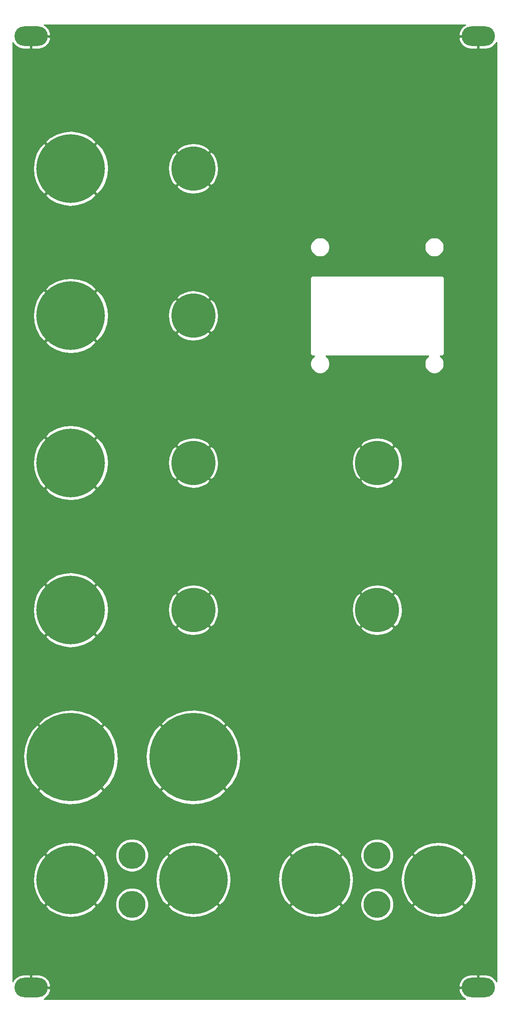
<source format=gbr>
G04 #@! TF.GenerationSoftware,KiCad,Pcbnew,5.1.12-84ad8e8a86~92~ubuntu20.04.1*
G04 #@! TF.CreationDate,2021-11-13T15:59:26-05:00*
G04 #@! TF.ProjectId,gearseq_panel,67656172-7365-4715-9f70-616e656c2e6b,rev?*
G04 #@! TF.SameCoordinates,Original*
G04 #@! TF.FileFunction,Copper,L1,Top*
G04 #@! TF.FilePolarity,Positive*
%FSLAX46Y46*%
G04 Gerber Fmt 4.6, Leading zero omitted, Abs format (unit mm)*
G04 Created by KiCad (PCBNEW 5.1.12-84ad8e8a86~92~ubuntu20.04.1) date 2021-11-13 15:59:26*
%MOMM*%
%LPD*%
G01*
G04 APERTURE LIST*
G04 #@! TA.AperFunction,ComponentPad*
%ADD10O,6.800000X4.000000*%
G04 #@! TD*
G04 #@! TA.AperFunction,ComponentPad*
%ADD11C,9.000000*%
G04 #@! TD*
G04 #@! TA.AperFunction,ComponentPad*
%ADD12C,14.000000*%
G04 #@! TD*
G04 #@! TA.AperFunction,ComponentPad*
%ADD13C,5.500000*%
G04 #@! TD*
G04 #@! TA.AperFunction,ComponentPad*
%ADD14C,18.000000*%
G04 #@! TD*
G04 #@! TA.AperFunction,Conductor*
%ADD15C,0.254000*%
G04 #@! TD*
G04 #@! TA.AperFunction,Conductor*
%ADD16C,0.100000*%
G04 #@! TD*
G04 APERTURE END LIST*
D10*
X4400000Y-3000000D03*
X4400000Y-197000000D03*
X95600000Y-3000000D03*
X95600000Y-197000000D03*
D11*
X37500000Y-120000000D03*
X37500000Y-30000000D03*
X37500000Y-60000000D03*
X37500000Y-90000000D03*
D12*
X12500000Y-120000000D03*
X12500000Y-175000000D03*
X37500000Y-175000000D03*
X12500000Y-60000000D03*
X12500000Y-30000000D03*
X62500000Y-175000000D03*
X87500000Y-175000000D03*
D13*
X25000000Y-170000000D03*
X75000000Y-170000000D03*
X25000000Y-180000000D03*
X75000000Y-180000000D03*
D14*
X37500000Y-150000000D03*
X12500000Y-150000000D03*
D12*
X12500000Y-90000000D03*
D11*
X75000000Y-90000000D03*
X75000000Y-120000000D03*
D15*
X92630475Y-879635D02*
X92246970Y-1226576D01*
X91938519Y-1641669D01*
X91716975Y-2108962D01*
X91620333Y-2462838D01*
X91727009Y-2873000D01*
X95473000Y-2873000D01*
X95473000Y-2853000D01*
X95727000Y-2853000D01*
X95727000Y-2873000D01*
X95747000Y-2873000D01*
X95747000Y-3127000D01*
X95727000Y-3127000D01*
X95727000Y-5635000D01*
X97127000Y-5635000D01*
X97638623Y-5559593D01*
X98125704Y-5385822D01*
X98569525Y-5120365D01*
X98953030Y-4773424D01*
X99261481Y-4358331D01*
X99315001Y-4245444D01*
X99315000Y-195754554D01*
X99261481Y-195641669D01*
X98953030Y-195226576D01*
X98569525Y-194879635D01*
X98125704Y-194614178D01*
X97638623Y-194440407D01*
X97127000Y-194365000D01*
X95727000Y-194365000D01*
X95727000Y-196873000D01*
X95747000Y-196873000D01*
X95747000Y-197127000D01*
X95727000Y-197127000D01*
X95727000Y-197147000D01*
X95473000Y-197147000D01*
X95473000Y-197127000D01*
X91727009Y-197127000D01*
X91620333Y-197537162D01*
X91716975Y-197891038D01*
X91938519Y-198358331D01*
X92246970Y-198773424D01*
X92630475Y-199120365D01*
X92955888Y-199315000D01*
X7044112Y-199315000D01*
X7369525Y-199120365D01*
X7753030Y-198773424D01*
X8061481Y-198358331D01*
X8283025Y-197891038D01*
X8379667Y-197537162D01*
X8272991Y-197127000D01*
X4527000Y-197127000D01*
X4527000Y-197147000D01*
X4273000Y-197147000D01*
X4273000Y-197127000D01*
X4253000Y-197127000D01*
X4253000Y-196873000D01*
X4273000Y-196873000D01*
X4273000Y-194365000D01*
X4527000Y-194365000D01*
X4527000Y-196873000D01*
X8272991Y-196873000D01*
X8379667Y-196462838D01*
X91620333Y-196462838D01*
X91727009Y-196873000D01*
X95473000Y-196873000D01*
X95473000Y-194365000D01*
X94073000Y-194365000D01*
X93561377Y-194440407D01*
X93074296Y-194614178D01*
X92630475Y-194879635D01*
X92246970Y-195226576D01*
X91938519Y-195641669D01*
X91716975Y-196108962D01*
X91620333Y-196462838D01*
X8379667Y-196462838D01*
X8283025Y-196108962D01*
X8061481Y-195641669D01*
X7753030Y-195226576D01*
X7369525Y-194879635D01*
X6925704Y-194614178D01*
X6438623Y-194440407D01*
X5927000Y-194365000D01*
X4527000Y-194365000D01*
X4273000Y-194365000D01*
X2873000Y-194365000D01*
X2361377Y-194440407D01*
X1874296Y-194614178D01*
X1430475Y-194879635D01*
X1046970Y-195226576D01*
X738519Y-195641669D01*
X685000Y-195754554D01*
X685000Y-180401674D01*
X7277932Y-180401674D01*
X8093908Y-181280530D01*
X9403840Y-182019437D01*
X10832756Y-182488591D01*
X12325743Y-182669963D01*
X13825428Y-182556583D01*
X15274176Y-182152807D01*
X16616314Y-181474153D01*
X16906092Y-181280530D01*
X17722068Y-180401674D01*
X12500000Y-175179605D01*
X7277932Y-180401674D01*
X685000Y-180401674D01*
X685000Y-174825743D01*
X4830037Y-174825743D01*
X4943417Y-176325428D01*
X5347193Y-177774176D01*
X6025847Y-179116314D01*
X6219470Y-179406092D01*
X7098326Y-180222068D01*
X12320395Y-175000000D01*
X12679605Y-175000000D01*
X17901674Y-180222068D01*
X18499939Y-179666607D01*
X21615000Y-179666607D01*
X21615000Y-180333393D01*
X21745083Y-180987368D01*
X22000252Y-181603399D01*
X22370698Y-182157812D01*
X22842188Y-182629302D01*
X23396601Y-182999748D01*
X24012632Y-183254917D01*
X24666607Y-183385000D01*
X25333393Y-183385000D01*
X25987368Y-183254917D01*
X26603399Y-182999748D01*
X27157812Y-182629302D01*
X27629302Y-182157812D01*
X27999748Y-181603399D01*
X28254917Y-180987368D01*
X28371418Y-180401674D01*
X32277932Y-180401674D01*
X33093908Y-181280530D01*
X34403840Y-182019437D01*
X35832756Y-182488591D01*
X37325743Y-182669963D01*
X38825428Y-182556583D01*
X40274176Y-182152807D01*
X41616314Y-181474153D01*
X41906092Y-181280530D01*
X42722068Y-180401674D01*
X57277932Y-180401674D01*
X58093908Y-181280530D01*
X59403840Y-182019437D01*
X60832756Y-182488591D01*
X62325743Y-182669963D01*
X63825428Y-182556583D01*
X65274176Y-182152807D01*
X66616314Y-181474153D01*
X66906092Y-181280530D01*
X67722068Y-180401674D01*
X62500000Y-175179605D01*
X57277932Y-180401674D01*
X42722068Y-180401674D01*
X37500000Y-175179605D01*
X32277932Y-180401674D01*
X28371418Y-180401674D01*
X28385000Y-180333393D01*
X28385000Y-179666607D01*
X28254917Y-179012632D01*
X27999748Y-178396601D01*
X27629302Y-177842188D01*
X27157812Y-177370698D01*
X26603399Y-177000252D01*
X25987368Y-176745083D01*
X25333393Y-176615000D01*
X24666607Y-176615000D01*
X24012632Y-176745083D01*
X23396601Y-177000252D01*
X22842188Y-177370698D01*
X22370698Y-177842188D01*
X22000252Y-178396601D01*
X21745083Y-179012632D01*
X21615000Y-179666607D01*
X18499939Y-179666607D01*
X18780530Y-179406092D01*
X19519437Y-178096160D01*
X19988591Y-176667244D01*
X20169963Y-175174257D01*
X20143615Y-174825743D01*
X29830037Y-174825743D01*
X29943417Y-176325428D01*
X30347193Y-177774176D01*
X31025847Y-179116314D01*
X31219470Y-179406092D01*
X32098326Y-180222068D01*
X37320395Y-175000000D01*
X37679605Y-175000000D01*
X42901674Y-180222068D01*
X43780530Y-179406092D01*
X44519437Y-178096160D01*
X44988591Y-176667244D01*
X45169963Y-175174257D01*
X45143615Y-174825743D01*
X54830037Y-174825743D01*
X54943417Y-176325428D01*
X55347193Y-177774176D01*
X56025847Y-179116314D01*
X56219470Y-179406092D01*
X57098326Y-180222068D01*
X62320395Y-175000000D01*
X62679605Y-175000000D01*
X67901674Y-180222068D01*
X68499939Y-179666607D01*
X71615000Y-179666607D01*
X71615000Y-180333393D01*
X71745083Y-180987368D01*
X72000252Y-181603399D01*
X72370698Y-182157812D01*
X72842188Y-182629302D01*
X73396601Y-182999748D01*
X74012632Y-183254917D01*
X74666607Y-183385000D01*
X75333393Y-183385000D01*
X75987368Y-183254917D01*
X76603399Y-182999748D01*
X77157812Y-182629302D01*
X77629302Y-182157812D01*
X77999748Y-181603399D01*
X78254917Y-180987368D01*
X78371418Y-180401674D01*
X82277932Y-180401674D01*
X83093908Y-181280530D01*
X84403840Y-182019437D01*
X85832756Y-182488591D01*
X87325743Y-182669963D01*
X88825428Y-182556583D01*
X90274176Y-182152807D01*
X91616314Y-181474153D01*
X91906092Y-181280530D01*
X92722068Y-180401674D01*
X87500000Y-175179605D01*
X82277932Y-180401674D01*
X78371418Y-180401674D01*
X78385000Y-180333393D01*
X78385000Y-179666607D01*
X78254917Y-179012632D01*
X77999748Y-178396601D01*
X77629302Y-177842188D01*
X77157812Y-177370698D01*
X76603399Y-177000252D01*
X75987368Y-176745083D01*
X75333393Y-176615000D01*
X74666607Y-176615000D01*
X74012632Y-176745083D01*
X73396601Y-177000252D01*
X72842188Y-177370698D01*
X72370698Y-177842188D01*
X72000252Y-178396601D01*
X71745083Y-179012632D01*
X71615000Y-179666607D01*
X68499939Y-179666607D01*
X68780530Y-179406092D01*
X69519437Y-178096160D01*
X69988591Y-176667244D01*
X70169963Y-175174257D01*
X70143615Y-174825743D01*
X79830037Y-174825743D01*
X79943417Y-176325428D01*
X80347193Y-177774176D01*
X81025847Y-179116314D01*
X81219470Y-179406092D01*
X82098326Y-180222068D01*
X87320395Y-175000000D01*
X87679605Y-175000000D01*
X92901674Y-180222068D01*
X93780530Y-179406092D01*
X94519437Y-178096160D01*
X94988591Y-176667244D01*
X95169963Y-175174257D01*
X95056583Y-173674572D01*
X94652807Y-172225824D01*
X93974153Y-170883686D01*
X93780530Y-170593908D01*
X92901674Y-169777932D01*
X87679605Y-175000000D01*
X87320395Y-175000000D01*
X82098326Y-169777932D01*
X81219470Y-170593908D01*
X80480563Y-171903840D01*
X80011409Y-173332756D01*
X79830037Y-174825743D01*
X70143615Y-174825743D01*
X70056583Y-173674572D01*
X69652807Y-172225824D01*
X68974153Y-170883686D01*
X68780530Y-170593908D01*
X67901674Y-169777932D01*
X62679605Y-175000000D01*
X62320395Y-175000000D01*
X57098326Y-169777932D01*
X56219470Y-170593908D01*
X55480563Y-171903840D01*
X55011409Y-173332756D01*
X54830037Y-174825743D01*
X45143615Y-174825743D01*
X45056583Y-173674572D01*
X44652807Y-172225824D01*
X43974153Y-170883686D01*
X43780530Y-170593908D01*
X42901674Y-169777932D01*
X37679605Y-175000000D01*
X37320395Y-175000000D01*
X32098326Y-169777932D01*
X31219470Y-170593908D01*
X30480563Y-171903840D01*
X30011409Y-173332756D01*
X29830037Y-174825743D01*
X20143615Y-174825743D01*
X20056583Y-173674572D01*
X19652807Y-172225824D01*
X18974153Y-170883686D01*
X18780530Y-170593908D01*
X17901674Y-169777932D01*
X12679605Y-175000000D01*
X12320395Y-175000000D01*
X7098326Y-169777932D01*
X6219470Y-170593908D01*
X5480563Y-171903840D01*
X5011409Y-173332756D01*
X4830037Y-174825743D01*
X685000Y-174825743D01*
X685000Y-169598326D01*
X7277932Y-169598326D01*
X12500000Y-174820395D01*
X17653787Y-169666607D01*
X21615000Y-169666607D01*
X21615000Y-170333393D01*
X21745083Y-170987368D01*
X22000252Y-171603399D01*
X22370698Y-172157812D01*
X22842188Y-172629302D01*
X23396601Y-172999748D01*
X24012632Y-173254917D01*
X24666607Y-173385000D01*
X25333393Y-173385000D01*
X25987368Y-173254917D01*
X26603399Y-172999748D01*
X27157812Y-172629302D01*
X27629302Y-172157812D01*
X27999748Y-171603399D01*
X28254917Y-170987368D01*
X28385000Y-170333393D01*
X28385000Y-169666607D01*
X28371419Y-169598326D01*
X32277932Y-169598326D01*
X37500000Y-174820395D01*
X42722068Y-169598326D01*
X57277932Y-169598326D01*
X62500000Y-174820395D01*
X67653787Y-169666607D01*
X71615000Y-169666607D01*
X71615000Y-170333393D01*
X71745083Y-170987368D01*
X72000252Y-171603399D01*
X72370698Y-172157812D01*
X72842188Y-172629302D01*
X73396601Y-172999748D01*
X74012632Y-173254917D01*
X74666607Y-173385000D01*
X75333393Y-173385000D01*
X75987368Y-173254917D01*
X76603399Y-172999748D01*
X77157812Y-172629302D01*
X77629302Y-172157812D01*
X77999748Y-171603399D01*
X78254917Y-170987368D01*
X78385000Y-170333393D01*
X78385000Y-169666607D01*
X78371419Y-169598326D01*
X82277932Y-169598326D01*
X87500000Y-174820395D01*
X92722068Y-169598326D01*
X91906092Y-168719470D01*
X90596160Y-167980563D01*
X89167244Y-167511409D01*
X87674257Y-167330037D01*
X86174572Y-167443417D01*
X84725824Y-167847193D01*
X83383686Y-168525847D01*
X83093908Y-168719470D01*
X82277932Y-169598326D01*
X78371419Y-169598326D01*
X78254917Y-169012632D01*
X77999748Y-168396601D01*
X77629302Y-167842188D01*
X77157812Y-167370698D01*
X76603399Y-167000252D01*
X75987368Y-166745083D01*
X75333393Y-166615000D01*
X74666607Y-166615000D01*
X74012632Y-166745083D01*
X73396601Y-167000252D01*
X72842188Y-167370698D01*
X72370698Y-167842188D01*
X72000252Y-168396601D01*
X71745083Y-169012632D01*
X71615000Y-169666607D01*
X67653787Y-169666607D01*
X67722068Y-169598326D01*
X66906092Y-168719470D01*
X65596160Y-167980563D01*
X64167244Y-167511409D01*
X62674257Y-167330037D01*
X61174572Y-167443417D01*
X59725824Y-167847193D01*
X58383686Y-168525847D01*
X58093908Y-168719470D01*
X57277932Y-169598326D01*
X42722068Y-169598326D01*
X41906092Y-168719470D01*
X40596160Y-167980563D01*
X39167244Y-167511409D01*
X37674257Y-167330037D01*
X36174572Y-167443417D01*
X34725824Y-167847193D01*
X33383686Y-168525847D01*
X33093908Y-168719470D01*
X32277932Y-169598326D01*
X28371419Y-169598326D01*
X28254917Y-169012632D01*
X27999748Y-168396601D01*
X27629302Y-167842188D01*
X27157812Y-167370698D01*
X26603399Y-167000252D01*
X25987368Y-166745083D01*
X25333393Y-166615000D01*
X24666607Y-166615000D01*
X24012632Y-166745083D01*
X23396601Y-167000252D01*
X22842188Y-167370698D01*
X22370698Y-167842188D01*
X22000252Y-168396601D01*
X21745083Y-169012632D01*
X21615000Y-169666607D01*
X17653787Y-169666607D01*
X17722068Y-169598326D01*
X16906092Y-168719470D01*
X15596160Y-167980563D01*
X14167244Y-167511409D01*
X12674257Y-167330037D01*
X11174572Y-167443417D01*
X9725824Y-167847193D01*
X8383686Y-168525847D01*
X8093908Y-168719470D01*
X7277932Y-169598326D01*
X685000Y-169598326D01*
X685000Y-156822890D01*
X5856716Y-156822890D01*
X6912521Y-157906570D01*
X8562379Y-158844710D01*
X10363557Y-159442954D01*
X12246837Y-159678310D01*
X14139846Y-159541734D01*
X15969837Y-159038474D01*
X17666483Y-158187870D01*
X18087479Y-157906570D01*
X19143284Y-156822890D01*
X30856716Y-156822890D01*
X31912521Y-157906570D01*
X33562379Y-158844710D01*
X35363557Y-159442954D01*
X37246837Y-159678310D01*
X39139846Y-159541734D01*
X40969837Y-159038474D01*
X42666483Y-158187870D01*
X43087479Y-157906570D01*
X44143284Y-156822890D01*
X37500000Y-150179605D01*
X30856716Y-156822890D01*
X19143284Y-156822890D01*
X12500000Y-150179605D01*
X5856716Y-156822890D01*
X685000Y-156822890D01*
X685000Y-149746837D01*
X2821690Y-149746837D01*
X2958266Y-151639846D01*
X3461526Y-153469837D01*
X4312130Y-155166483D01*
X4593430Y-155587479D01*
X5677110Y-156643284D01*
X12320395Y-150000000D01*
X12679605Y-150000000D01*
X19322890Y-156643284D01*
X20406570Y-155587479D01*
X21344710Y-153937621D01*
X21942954Y-152136443D01*
X22178310Y-150253163D01*
X22141780Y-149746837D01*
X27821690Y-149746837D01*
X27958266Y-151639846D01*
X28461526Y-153469837D01*
X29312130Y-155166483D01*
X29593430Y-155587479D01*
X30677110Y-156643284D01*
X37320395Y-150000000D01*
X37679605Y-150000000D01*
X44322890Y-156643284D01*
X45406570Y-155587479D01*
X46344710Y-153937621D01*
X46942954Y-152136443D01*
X47178310Y-150253163D01*
X47041734Y-148360154D01*
X46538474Y-146530163D01*
X45687870Y-144833517D01*
X45406570Y-144412521D01*
X44322890Y-143356716D01*
X37679605Y-150000000D01*
X37320395Y-150000000D01*
X30677110Y-143356716D01*
X29593430Y-144412521D01*
X28655290Y-146062379D01*
X28057046Y-147863557D01*
X27821690Y-149746837D01*
X22141780Y-149746837D01*
X22041734Y-148360154D01*
X21538474Y-146530163D01*
X20687870Y-144833517D01*
X20406570Y-144412521D01*
X19322890Y-143356716D01*
X12679605Y-150000000D01*
X12320395Y-150000000D01*
X5677110Y-143356716D01*
X4593430Y-144412521D01*
X3655290Y-146062379D01*
X3057046Y-147863557D01*
X2821690Y-149746837D01*
X685000Y-149746837D01*
X685000Y-143177110D01*
X5856716Y-143177110D01*
X12500000Y-149820395D01*
X19143284Y-143177110D01*
X30856716Y-143177110D01*
X37500000Y-149820395D01*
X44143284Y-143177110D01*
X43087479Y-142093430D01*
X41437621Y-141155290D01*
X39636443Y-140557046D01*
X37753163Y-140321690D01*
X35860154Y-140458266D01*
X34030163Y-140961526D01*
X32333517Y-141812130D01*
X31912521Y-142093430D01*
X30856716Y-143177110D01*
X19143284Y-143177110D01*
X18087479Y-142093430D01*
X16437621Y-141155290D01*
X14636443Y-140557046D01*
X12753163Y-140321690D01*
X10860154Y-140458266D01*
X9030163Y-140961526D01*
X7333517Y-141812130D01*
X6912521Y-142093430D01*
X5856716Y-143177110D01*
X685000Y-143177110D01*
X685000Y-125401674D01*
X7277932Y-125401674D01*
X8093908Y-126280530D01*
X9403840Y-127019437D01*
X10832756Y-127488591D01*
X12325743Y-127669963D01*
X13825428Y-127556583D01*
X15274176Y-127152807D01*
X16616314Y-126474153D01*
X16906092Y-126280530D01*
X17722068Y-125401674D01*
X12500000Y-120179605D01*
X7277932Y-125401674D01*
X685000Y-125401674D01*
X685000Y-119825743D01*
X4830037Y-119825743D01*
X4943417Y-121325428D01*
X5347193Y-122774176D01*
X6025847Y-124116314D01*
X6219470Y-124406092D01*
X7098326Y-125222068D01*
X12320395Y-120000000D01*
X12679605Y-120000000D01*
X17901674Y-125222068D01*
X18780530Y-124406092D01*
X19221145Y-123624971D01*
X34054634Y-123624971D01*
X34570783Y-124247788D01*
X35455768Y-124737630D01*
X36419314Y-125045407D01*
X37424389Y-125159293D01*
X38432370Y-125074910D01*
X39404520Y-124795501D01*
X40303481Y-124331803D01*
X40429217Y-124247788D01*
X40945366Y-123624971D01*
X71554634Y-123624971D01*
X72070783Y-124247788D01*
X72955768Y-124737630D01*
X73919314Y-125045407D01*
X74924389Y-125159293D01*
X75932370Y-125074910D01*
X76904520Y-124795501D01*
X77803481Y-124331803D01*
X77929217Y-124247788D01*
X78445366Y-123624971D01*
X75000000Y-120179605D01*
X71554634Y-123624971D01*
X40945366Y-123624971D01*
X37500000Y-120179605D01*
X34054634Y-123624971D01*
X19221145Y-123624971D01*
X19519437Y-123096160D01*
X19988591Y-121667244D01*
X20169963Y-120174257D01*
X20151073Y-119924389D01*
X32340707Y-119924389D01*
X32425090Y-120932370D01*
X32704499Y-121904520D01*
X33168197Y-122803481D01*
X33252212Y-122929217D01*
X33875029Y-123445366D01*
X37320395Y-120000000D01*
X37679605Y-120000000D01*
X41124971Y-123445366D01*
X41747788Y-122929217D01*
X42237630Y-122044232D01*
X42545407Y-121080686D01*
X42659293Y-120075611D01*
X42646634Y-119924389D01*
X69840707Y-119924389D01*
X69925090Y-120932370D01*
X70204499Y-121904520D01*
X70668197Y-122803481D01*
X70752212Y-122929217D01*
X71375029Y-123445366D01*
X74820395Y-120000000D01*
X75179605Y-120000000D01*
X78624971Y-123445366D01*
X79247788Y-122929217D01*
X79737630Y-122044232D01*
X80045407Y-121080686D01*
X80159293Y-120075611D01*
X80074910Y-119067630D01*
X79795501Y-118095480D01*
X79331803Y-117196519D01*
X79247788Y-117070783D01*
X78624971Y-116554634D01*
X75179605Y-120000000D01*
X74820395Y-120000000D01*
X71375029Y-116554634D01*
X70752212Y-117070783D01*
X70262370Y-117955768D01*
X69954593Y-118919314D01*
X69840707Y-119924389D01*
X42646634Y-119924389D01*
X42574910Y-119067630D01*
X42295501Y-118095480D01*
X41831803Y-117196519D01*
X41747788Y-117070783D01*
X41124971Y-116554634D01*
X37679605Y-120000000D01*
X37320395Y-120000000D01*
X33875029Y-116554634D01*
X33252212Y-117070783D01*
X32762370Y-117955768D01*
X32454593Y-118919314D01*
X32340707Y-119924389D01*
X20151073Y-119924389D01*
X20056583Y-118674572D01*
X19652807Y-117225824D01*
X19222602Y-116375029D01*
X34054634Y-116375029D01*
X37500000Y-119820395D01*
X40945366Y-116375029D01*
X71554634Y-116375029D01*
X75000000Y-119820395D01*
X78445366Y-116375029D01*
X77929217Y-115752212D01*
X77044232Y-115262370D01*
X76080686Y-114954593D01*
X75075611Y-114840707D01*
X74067630Y-114925090D01*
X73095480Y-115204499D01*
X72196519Y-115668197D01*
X72070783Y-115752212D01*
X71554634Y-116375029D01*
X40945366Y-116375029D01*
X40429217Y-115752212D01*
X39544232Y-115262370D01*
X38580686Y-114954593D01*
X37575611Y-114840707D01*
X36567630Y-114925090D01*
X35595480Y-115204499D01*
X34696519Y-115668197D01*
X34570783Y-115752212D01*
X34054634Y-116375029D01*
X19222602Y-116375029D01*
X18974153Y-115883686D01*
X18780530Y-115593908D01*
X17901674Y-114777932D01*
X12679605Y-120000000D01*
X12320395Y-120000000D01*
X7098326Y-114777932D01*
X6219470Y-115593908D01*
X5480563Y-116903840D01*
X5011409Y-118332756D01*
X4830037Y-119825743D01*
X685000Y-119825743D01*
X685000Y-114598326D01*
X7277932Y-114598326D01*
X12500000Y-119820395D01*
X17722068Y-114598326D01*
X16906092Y-113719470D01*
X15596160Y-112980563D01*
X14167244Y-112511409D01*
X12674257Y-112330037D01*
X11174572Y-112443417D01*
X9725824Y-112847193D01*
X8383686Y-113525847D01*
X8093908Y-113719470D01*
X7277932Y-114598326D01*
X685000Y-114598326D01*
X685000Y-95401674D01*
X7277932Y-95401674D01*
X8093908Y-96280530D01*
X9403840Y-97019437D01*
X10832756Y-97488591D01*
X12325743Y-97669963D01*
X13825428Y-97556583D01*
X15274176Y-97152807D01*
X16616314Y-96474153D01*
X16906092Y-96280530D01*
X17722068Y-95401674D01*
X12500000Y-90179605D01*
X7277932Y-95401674D01*
X685000Y-95401674D01*
X685000Y-89825743D01*
X4830037Y-89825743D01*
X4943417Y-91325428D01*
X5347193Y-92774176D01*
X6025847Y-94116314D01*
X6219470Y-94406092D01*
X7098326Y-95222068D01*
X12320395Y-90000000D01*
X12679605Y-90000000D01*
X17901674Y-95222068D01*
X18780530Y-94406092D01*
X19221145Y-93624971D01*
X34054634Y-93624971D01*
X34570783Y-94247788D01*
X35455768Y-94737630D01*
X36419314Y-95045407D01*
X37424389Y-95159293D01*
X38432370Y-95074910D01*
X39404520Y-94795501D01*
X40303481Y-94331803D01*
X40429217Y-94247788D01*
X40945366Y-93624971D01*
X71554634Y-93624971D01*
X72070783Y-94247788D01*
X72955768Y-94737630D01*
X73919314Y-95045407D01*
X74924389Y-95159293D01*
X75932370Y-95074910D01*
X76904520Y-94795501D01*
X77803481Y-94331803D01*
X77929217Y-94247788D01*
X78445366Y-93624971D01*
X75000000Y-90179605D01*
X71554634Y-93624971D01*
X40945366Y-93624971D01*
X37500000Y-90179605D01*
X34054634Y-93624971D01*
X19221145Y-93624971D01*
X19519437Y-93096160D01*
X19988591Y-91667244D01*
X20169963Y-90174257D01*
X20151073Y-89924389D01*
X32340707Y-89924389D01*
X32425090Y-90932370D01*
X32704499Y-91904520D01*
X33168197Y-92803481D01*
X33252212Y-92929217D01*
X33875029Y-93445366D01*
X37320395Y-90000000D01*
X37679605Y-90000000D01*
X41124971Y-93445366D01*
X41747788Y-92929217D01*
X42237630Y-92044232D01*
X42545407Y-91080686D01*
X42659293Y-90075611D01*
X42646634Y-89924389D01*
X69840707Y-89924389D01*
X69925090Y-90932370D01*
X70204499Y-91904520D01*
X70668197Y-92803481D01*
X70752212Y-92929217D01*
X71375029Y-93445366D01*
X74820395Y-90000000D01*
X75179605Y-90000000D01*
X78624971Y-93445366D01*
X79247788Y-92929217D01*
X79737630Y-92044232D01*
X80045407Y-91080686D01*
X80159293Y-90075611D01*
X80074910Y-89067630D01*
X79795501Y-88095480D01*
X79331803Y-87196519D01*
X79247788Y-87070783D01*
X78624971Y-86554634D01*
X75179605Y-90000000D01*
X74820395Y-90000000D01*
X71375029Y-86554634D01*
X70752212Y-87070783D01*
X70262370Y-87955768D01*
X69954593Y-88919314D01*
X69840707Y-89924389D01*
X42646634Y-89924389D01*
X42574910Y-89067630D01*
X42295501Y-88095480D01*
X41831803Y-87196519D01*
X41747788Y-87070783D01*
X41124971Y-86554634D01*
X37679605Y-90000000D01*
X37320395Y-90000000D01*
X33875029Y-86554634D01*
X33252212Y-87070783D01*
X32762370Y-87955768D01*
X32454593Y-88919314D01*
X32340707Y-89924389D01*
X20151073Y-89924389D01*
X20056583Y-88674572D01*
X19652807Y-87225824D01*
X19222602Y-86375029D01*
X34054634Y-86375029D01*
X37500000Y-89820395D01*
X40945366Y-86375029D01*
X71554634Y-86375029D01*
X75000000Y-89820395D01*
X78445366Y-86375029D01*
X77929217Y-85752212D01*
X77044232Y-85262370D01*
X76080686Y-84954593D01*
X75075611Y-84840707D01*
X74067630Y-84925090D01*
X73095480Y-85204499D01*
X72196519Y-85668197D01*
X72070783Y-85752212D01*
X71554634Y-86375029D01*
X40945366Y-86375029D01*
X40429217Y-85752212D01*
X39544232Y-85262370D01*
X38580686Y-84954593D01*
X37575611Y-84840707D01*
X36567630Y-84925090D01*
X35595480Y-85204499D01*
X34696519Y-85668197D01*
X34570783Y-85752212D01*
X34054634Y-86375029D01*
X19222602Y-86375029D01*
X18974153Y-85883686D01*
X18780530Y-85593908D01*
X17901674Y-84777932D01*
X12679605Y-90000000D01*
X12320395Y-90000000D01*
X7098326Y-84777932D01*
X6219470Y-85593908D01*
X5480563Y-86903840D01*
X5011409Y-88332756D01*
X4830037Y-89825743D01*
X685000Y-89825743D01*
X685000Y-84598326D01*
X7277932Y-84598326D01*
X12500000Y-89820395D01*
X17722068Y-84598326D01*
X16906092Y-83719470D01*
X15596160Y-82980563D01*
X14167244Y-82511409D01*
X12674257Y-82330037D01*
X11174572Y-82443417D01*
X9725824Y-82847193D01*
X8383686Y-83525847D01*
X8093908Y-83719470D01*
X7277932Y-84598326D01*
X685000Y-84598326D01*
X685000Y-65401674D01*
X7277932Y-65401674D01*
X8093908Y-66280530D01*
X9403840Y-67019437D01*
X10832756Y-67488591D01*
X12325743Y-67669963D01*
X13825428Y-67556583D01*
X15274176Y-67152807D01*
X16616314Y-66474153D01*
X16906092Y-66280530D01*
X17722068Y-65401674D01*
X12500000Y-60179605D01*
X7277932Y-65401674D01*
X685000Y-65401674D01*
X685000Y-59825743D01*
X4830037Y-59825743D01*
X4943417Y-61325428D01*
X5347193Y-62774176D01*
X6025847Y-64116314D01*
X6219470Y-64406092D01*
X7098326Y-65222068D01*
X12320395Y-60000000D01*
X12679605Y-60000000D01*
X17901674Y-65222068D01*
X18780530Y-64406092D01*
X19221145Y-63624971D01*
X34054634Y-63624971D01*
X34570783Y-64247788D01*
X35455768Y-64737630D01*
X36419314Y-65045407D01*
X37424389Y-65159293D01*
X38432370Y-65074910D01*
X39404520Y-64795501D01*
X40303481Y-64331803D01*
X40429217Y-64247788D01*
X40945366Y-63624971D01*
X37500000Y-60179605D01*
X34054634Y-63624971D01*
X19221145Y-63624971D01*
X19519437Y-63096160D01*
X19988591Y-61667244D01*
X20169963Y-60174257D01*
X20151073Y-59924389D01*
X32340707Y-59924389D01*
X32425090Y-60932370D01*
X32704499Y-61904520D01*
X33168197Y-62803481D01*
X33252212Y-62929217D01*
X33875029Y-63445366D01*
X37320395Y-60000000D01*
X37679605Y-60000000D01*
X41124971Y-63445366D01*
X41747788Y-62929217D01*
X42237630Y-62044232D01*
X42545407Y-61080686D01*
X42659293Y-60075611D01*
X42574910Y-59067630D01*
X42295501Y-58095480D01*
X41831803Y-57196519D01*
X41747788Y-57070783D01*
X41124971Y-56554634D01*
X37679605Y-60000000D01*
X37320395Y-60000000D01*
X33875029Y-56554634D01*
X33252212Y-57070783D01*
X32762370Y-57955768D01*
X32454593Y-58919314D01*
X32340707Y-59924389D01*
X20151073Y-59924389D01*
X20056583Y-58674572D01*
X19652807Y-57225824D01*
X19222602Y-56375029D01*
X34054634Y-56375029D01*
X37500000Y-59820395D01*
X40945366Y-56375029D01*
X40429217Y-55752212D01*
X39544232Y-55262370D01*
X38580686Y-54954593D01*
X37575611Y-54840707D01*
X36567630Y-54925090D01*
X35595480Y-55204499D01*
X34696519Y-55668197D01*
X34570783Y-55752212D01*
X34054634Y-56375029D01*
X19222602Y-56375029D01*
X18974153Y-55883686D01*
X18780530Y-55593908D01*
X17901674Y-54777932D01*
X12679605Y-60000000D01*
X12320395Y-60000000D01*
X7098326Y-54777932D01*
X6219470Y-55593908D01*
X5480563Y-56903840D01*
X5011409Y-58332756D01*
X4830037Y-59825743D01*
X685000Y-59825743D01*
X685000Y-54598326D01*
X7277932Y-54598326D01*
X12500000Y-59820395D01*
X17722068Y-54598326D01*
X16906092Y-53719470D01*
X15596160Y-52980563D01*
X14167244Y-52511409D01*
X14073330Y-52500000D01*
X61301638Y-52500000D01*
X61305001Y-52534145D01*
X61305000Y-67465865D01*
X61301638Y-67500000D01*
X61315057Y-67636244D01*
X61354798Y-67767252D01*
X61419333Y-67887989D01*
X61506183Y-67993817D01*
X61563573Y-68040915D01*
X61612011Y-68080667D01*
X61732748Y-68145202D01*
X61863756Y-68184943D01*
X62000000Y-68198362D01*
X62034134Y-68195000D01*
X62179145Y-68195000D01*
X62084636Y-68258149D01*
X61808149Y-68534636D01*
X61590915Y-68859750D01*
X61441282Y-69220997D01*
X61365000Y-69604495D01*
X61365000Y-69995505D01*
X61441282Y-70379003D01*
X61590915Y-70740250D01*
X61808149Y-71065364D01*
X62084636Y-71341851D01*
X62409750Y-71559085D01*
X62770997Y-71708718D01*
X63154495Y-71785000D01*
X63545505Y-71785000D01*
X63929003Y-71708718D01*
X64290250Y-71559085D01*
X64615364Y-71341851D01*
X64891851Y-71065364D01*
X65109085Y-70740250D01*
X65258718Y-70379003D01*
X65335000Y-69995505D01*
X65335000Y-69604495D01*
X65258718Y-69220997D01*
X65109085Y-68859750D01*
X64891851Y-68534636D01*
X64615364Y-68258149D01*
X64520855Y-68195000D01*
X85479145Y-68195000D01*
X85384636Y-68258149D01*
X85108149Y-68534636D01*
X84890915Y-68859750D01*
X84741282Y-69220997D01*
X84665000Y-69604495D01*
X84665000Y-69995505D01*
X84741282Y-70379003D01*
X84890915Y-70740250D01*
X85108149Y-71065364D01*
X85384636Y-71341851D01*
X85709750Y-71559085D01*
X86070997Y-71708718D01*
X86454495Y-71785000D01*
X86845505Y-71785000D01*
X87229003Y-71708718D01*
X87590250Y-71559085D01*
X87915364Y-71341851D01*
X88191851Y-71065364D01*
X88409085Y-70740250D01*
X88558718Y-70379003D01*
X88635000Y-69995505D01*
X88635000Y-69604495D01*
X88558718Y-69220997D01*
X88409085Y-68859750D01*
X88191851Y-68534636D01*
X87915364Y-68258149D01*
X87820855Y-68195000D01*
X87965866Y-68195000D01*
X88000000Y-68198362D01*
X88136244Y-68184943D01*
X88267252Y-68145202D01*
X88387989Y-68080667D01*
X88493817Y-67993817D01*
X88580667Y-67887989D01*
X88645202Y-67767252D01*
X88684943Y-67636244D01*
X88695000Y-67534135D01*
X88695000Y-67534134D01*
X88698362Y-67500000D01*
X88695000Y-67465865D01*
X88695000Y-52534135D01*
X88698362Y-52500000D01*
X88684943Y-52363756D01*
X88645202Y-52232748D01*
X88580667Y-52112011D01*
X88493817Y-52006183D01*
X88387989Y-51919333D01*
X88267252Y-51854798D01*
X88136244Y-51815057D01*
X88034135Y-51805000D01*
X88034134Y-51805000D01*
X88000000Y-51801638D01*
X87965865Y-51805000D01*
X62034135Y-51805000D01*
X62000000Y-51801638D01*
X61965866Y-51805000D01*
X61965865Y-51805000D01*
X61863756Y-51815057D01*
X61732748Y-51854798D01*
X61612011Y-51919333D01*
X61506183Y-52006183D01*
X61419333Y-52112011D01*
X61354798Y-52232748D01*
X61315057Y-52363756D01*
X61301638Y-52500000D01*
X14073330Y-52500000D01*
X12674257Y-52330037D01*
X11174572Y-52443417D01*
X9725824Y-52847193D01*
X8383686Y-53525847D01*
X8093908Y-53719470D01*
X7277932Y-54598326D01*
X685000Y-54598326D01*
X685000Y-45804495D01*
X61365000Y-45804495D01*
X61365000Y-46195505D01*
X61441282Y-46579003D01*
X61590915Y-46940250D01*
X61808149Y-47265364D01*
X62084636Y-47541851D01*
X62409750Y-47759085D01*
X62770997Y-47908718D01*
X63154495Y-47985000D01*
X63545505Y-47985000D01*
X63929003Y-47908718D01*
X64290250Y-47759085D01*
X64615364Y-47541851D01*
X64891851Y-47265364D01*
X65109085Y-46940250D01*
X65258718Y-46579003D01*
X65335000Y-46195505D01*
X65335000Y-45804495D01*
X84665000Y-45804495D01*
X84665000Y-46195505D01*
X84741282Y-46579003D01*
X84890915Y-46940250D01*
X85108149Y-47265364D01*
X85384636Y-47541851D01*
X85709750Y-47759085D01*
X86070997Y-47908718D01*
X86454495Y-47985000D01*
X86845505Y-47985000D01*
X87229003Y-47908718D01*
X87590250Y-47759085D01*
X87915364Y-47541851D01*
X88191851Y-47265364D01*
X88409085Y-46940250D01*
X88558718Y-46579003D01*
X88635000Y-46195505D01*
X88635000Y-45804495D01*
X88558718Y-45420997D01*
X88409085Y-45059750D01*
X88191851Y-44734636D01*
X87915364Y-44458149D01*
X87590250Y-44240915D01*
X87229003Y-44091282D01*
X86845505Y-44015000D01*
X86454495Y-44015000D01*
X86070997Y-44091282D01*
X85709750Y-44240915D01*
X85384636Y-44458149D01*
X85108149Y-44734636D01*
X84890915Y-45059750D01*
X84741282Y-45420997D01*
X84665000Y-45804495D01*
X65335000Y-45804495D01*
X65258718Y-45420997D01*
X65109085Y-45059750D01*
X64891851Y-44734636D01*
X64615364Y-44458149D01*
X64290250Y-44240915D01*
X63929003Y-44091282D01*
X63545505Y-44015000D01*
X63154495Y-44015000D01*
X62770997Y-44091282D01*
X62409750Y-44240915D01*
X62084636Y-44458149D01*
X61808149Y-44734636D01*
X61590915Y-45059750D01*
X61441282Y-45420997D01*
X61365000Y-45804495D01*
X685000Y-45804495D01*
X685000Y-35401674D01*
X7277932Y-35401674D01*
X8093908Y-36280530D01*
X9403840Y-37019437D01*
X10832756Y-37488591D01*
X12325743Y-37669963D01*
X13825428Y-37556583D01*
X15274176Y-37152807D01*
X16616314Y-36474153D01*
X16906092Y-36280530D01*
X17722068Y-35401674D01*
X12500000Y-30179605D01*
X7277932Y-35401674D01*
X685000Y-35401674D01*
X685000Y-29825743D01*
X4830037Y-29825743D01*
X4943417Y-31325428D01*
X5347193Y-32774176D01*
X6025847Y-34116314D01*
X6219470Y-34406092D01*
X7098326Y-35222068D01*
X12320395Y-30000000D01*
X12679605Y-30000000D01*
X17901674Y-35222068D01*
X18780530Y-34406092D01*
X19221145Y-33624971D01*
X34054634Y-33624971D01*
X34570783Y-34247788D01*
X35455768Y-34737630D01*
X36419314Y-35045407D01*
X37424389Y-35159293D01*
X38432370Y-35074910D01*
X39404520Y-34795501D01*
X40303481Y-34331803D01*
X40429217Y-34247788D01*
X40945366Y-33624971D01*
X37500000Y-30179605D01*
X34054634Y-33624971D01*
X19221145Y-33624971D01*
X19519437Y-33096160D01*
X19988591Y-31667244D01*
X20169963Y-30174257D01*
X20151073Y-29924389D01*
X32340707Y-29924389D01*
X32425090Y-30932370D01*
X32704499Y-31904520D01*
X33168197Y-32803481D01*
X33252212Y-32929217D01*
X33875029Y-33445366D01*
X37320395Y-30000000D01*
X37679605Y-30000000D01*
X41124971Y-33445366D01*
X41747788Y-32929217D01*
X42237630Y-32044232D01*
X42545407Y-31080686D01*
X42659293Y-30075611D01*
X42574910Y-29067630D01*
X42295501Y-28095480D01*
X41831803Y-27196519D01*
X41747788Y-27070783D01*
X41124971Y-26554634D01*
X37679605Y-30000000D01*
X37320395Y-30000000D01*
X33875029Y-26554634D01*
X33252212Y-27070783D01*
X32762370Y-27955768D01*
X32454593Y-28919314D01*
X32340707Y-29924389D01*
X20151073Y-29924389D01*
X20056583Y-28674572D01*
X19652807Y-27225824D01*
X19222602Y-26375029D01*
X34054634Y-26375029D01*
X37500000Y-29820395D01*
X40945366Y-26375029D01*
X40429217Y-25752212D01*
X39544232Y-25262370D01*
X38580686Y-24954593D01*
X37575611Y-24840707D01*
X36567630Y-24925090D01*
X35595480Y-25204499D01*
X34696519Y-25668197D01*
X34570783Y-25752212D01*
X34054634Y-26375029D01*
X19222602Y-26375029D01*
X18974153Y-25883686D01*
X18780530Y-25593908D01*
X17901674Y-24777932D01*
X12679605Y-30000000D01*
X12320395Y-30000000D01*
X7098326Y-24777932D01*
X6219470Y-25593908D01*
X5480563Y-26903840D01*
X5011409Y-28332756D01*
X4830037Y-29825743D01*
X685000Y-29825743D01*
X685000Y-24598326D01*
X7277932Y-24598326D01*
X12500000Y-29820395D01*
X17722068Y-24598326D01*
X16906092Y-23719470D01*
X15596160Y-22980563D01*
X14167244Y-22511409D01*
X12674257Y-22330037D01*
X11174572Y-22443417D01*
X9725824Y-22847193D01*
X8383686Y-23525847D01*
X8093908Y-23719470D01*
X7277932Y-24598326D01*
X685000Y-24598326D01*
X685000Y-4245446D01*
X738519Y-4358331D01*
X1046970Y-4773424D01*
X1430475Y-5120365D01*
X1874296Y-5385822D01*
X2361377Y-5559593D01*
X2873000Y-5635000D01*
X4273000Y-5635000D01*
X4273000Y-3127000D01*
X4527000Y-3127000D01*
X4527000Y-5635000D01*
X5927000Y-5635000D01*
X6438623Y-5559593D01*
X6925704Y-5385822D01*
X7369525Y-5120365D01*
X7753030Y-4773424D01*
X8061481Y-4358331D01*
X8283025Y-3891038D01*
X8379667Y-3537162D01*
X91620333Y-3537162D01*
X91716975Y-3891038D01*
X91938519Y-4358331D01*
X92246970Y-4773424D01*
X92630475Y-5120365D01*
X93074296Y-5385822D01*
X93561377Y-5559593D01*
X94073000Y-5635000D01*
X95473000Y-5635000D01*
X95473000Y-3127000D01*
X91727009Y-3127000D01*
X91620333Y-3537162D01*
X8379667Y-3537162D01*
X8272991Y-3127000D01*
X4527000Y-3127000D01*
X4273000Y-3127000D01*
X4253000Y-3127000D01*
X4253000Y-2873000D01*
X4273000Y-2873000D01*
X4273000Y-2853000D01*
X4527000Y-2853000D01*
X4527000Y-2873000D01*
X8272991Y-2873000D01*
X8379667Y-2462838D01*
X8283025Y-2108962D01*
X8061481Y-1641669D01*
X7753030Y-1226576D01*
X7369525Y-879635D01*
X7044112Y-685000D01*
X92955888Y-685000D01*
X92630475Y-879635D01*
G04 #@! TA.AperFunction,Conductor*
D16*
G36*
X92630475Y-879635D02*
G01*
X92246970Y-1226576D01*
X91938519Y-1641669D01*
X91716975Y-2108962D01*
X91620333Y-2462838D01*
X91727009Y-2873000D01*
X95473000Y-2873000D01*
X95473000Y-2853000D01*
X95727000Y-2853000D01*
X95727000Y-2873000D01*
X95747000Y-2873000D01*
X95747000Y-3127000D01*
X95727000Y-3127000D01*
X95727000Y-5635000D01*
X97127000Y-5635000D01*
X97638623Y-5559593D01*
X98125704Y-5385822D01*
X98569525Y-5120365D01*
X98953030Y-4773424D01*
X99261481Y-4358331D01*
X99315001Y-4245444D01*
X99315000Y-195754554D01*
X99261481Y-195641669D01*
X98953030Y-195226576D01*
X98569525Y-194879635D01*
X98125704Y-194614178D01*
X97638623Y-194440407D01*
X97127000Y-194365000D01*
X95727000Y-194365000D01*
X95727000Y-196873000D01*
X95747000Y-196873000D01*
X95747000Y-197127000D01*
X95727000Y-197127000D01*
X95727000Y-197147000D01*
X95473000Y-197147000D01*
X95473000Y-197127000D01*
X91727009Y-197127000D01*
X91620333Y-197537162D01*
X91716975Y-197891038D01*
X91938519Y-198358331D01*
X92246970Y-198773424D01*
X92630475Y-199120365D01*
X92955888Y-199315000D01*
X7044112Y-199315000D01*
X7369525Y-199120365D01*
X7753030Y-198773424D01*
X8061481Y-198358331D01*
X8283025Y-197891038D01*
X8379667Y-197537162D01*
X8272991Y-197127000D01*
X4527000Y-197127000D01*
X4527000Y-197147000D01*
X4273000Y-197147000D01*
X4273000Y-197127000D01*
X4253000Y-197127000D01*
X4253000Y-196873000D01*
X4273000Y-196873000D01*
X4273000Y-194365000D01*
X4527000Y-194365000D01*
X4527000Y-196873000D01*
X8272991Y-196873000D01*
X8379667Y-196462838D01*
X91620333Y-196462838D01*
X91727009Y-196873000D01*
X95473000Y-196873000D01*
X95473000Y-194365000D01*
X94073000Y-194365000D01*
X93561377Y-194440407D01*
X93074296Y-194614178D01*
X92630475Y-194879635D01*
X92246970Y-195226576D01*
X91938519Y-195641669D01*
X91716975Y-196108962D01*
X91620333Y-196462838D01*
X8379667Y-196462838D01*
X8283025Y-196108962D01*
X8061481Y-195641669D01*
X7753030Y-195226576D01*
X7369525Y-194879635D01*
X6925704Y-194614178D01*
X6438623Y-194440407D01*
X5927000Y-194365000D01*
X4527000Y-194365000D01*
X4273000Y-194365000D01*
X2873000Y-194365000D01*
X2361377Y-194440407D01*
X1874296Y-194614178D01*
X1430475Y-194879635D01*
X1046970Y-195226576D01*
X738519Y-195641669D01*
X685000Y-195754554D01*
X685000Y-180401674D01*
X7277932Y-180401674D01*
X8093908Y-181280530D01*
X9403840Y-182019437D01*
X10832756Y-182488591D01*
X12325743Y-182669963D01*
X13825428Y-182556583D01*
X15274176Y-182152807D01*
X16616314Y-181474153D01*
X16906092Y-181280530D01*
X17722068Y-180401674D01*
X12500000Y-175179605D01*
X7277932Y-180401674D01*
X685000Y-180401674D01*
X685000Y-174825743D01*
X4830037Y-174825743D01*
X4943417Y-176325428D01*
X5347193Y-177774176D01*
X6025847Y-179116314D01*
X6219470Y-179406092D01*
X7098326Y-180222068D01*
X12320395Y-175000000D01*
X12679605Y-175000000D01*
X17901674Y-180222068D01*
X18499939Y-179666607D01*
X21615000Y-179666607D01*
X21615000Y-180333393D01*
X21745083Y-180987368D01*
X22000252Y-181603399D01*
X22370698Y-182157812D01*
X22842188Y-182629302D01*
X23396601Y-182999748D01*
X24012632Y-183254917D01*
X24666607Y-183385000D01*
X25333393Y-183385000D01*
X25987368Y-183254917D01*
X26603399Y-182999748D01*
X27157812Y-182629302D01*
X27629302Y-182157812D01*
X27999748Y-181603399D01*
X28254917Y-180987368D01*
X28371418Y-180401674D01*
X32277932Y-180401674D01*
X33093908Y-181280530D01*
X34403840Y-182019437D01*
X35832756Y-182488591D01*
X37325743Y-182669963D01*
X38825428Y-182556583D01*
X40274176Y-182152807D01*
X41616314Y-181474153D01*
X41906092Y-181280530D01*
X42722068Y-180401674D01*
X57277932Y-180401674D01*
X58093908Y-181280530D01*
X59403840Y-182019437D01*
X60832756Y-182488591D01*
X62325743Y-182669963D01*
X63825428Y-182556583D01*
X65274176Y-182152807D01*
X66616314Y-181474153D01*
X66906092Y-181280530D01*
X67722068Y-180401674D01*
X62500000Y-175179605D01*
X57277932Y-180401674D01*
X42722068Y-180401674D01*
X37500000Y-175179605D01*
X32277932Y-180401674D01*
X28371418Y-180401674D01*
X28385000Y-180333393D01*
X28385000Y-179666607D01*
X28254917Y-179012632D01*
X27999748Y-178396601D01*
X27629302Y-177842188D01*
X27157812Y-177370698D01*
X26603399Y-177000252D01*
X25987368Y-176745083D01*
X25333393Y-176615000D01*
X24666607Y-176615000D01*
X24012632Y-176745083D01*
X23396601Y-177000252D01*
X22842188Y-177370698D01*
X22370698Y-177842188D01*
X22000252Y-178396601D01*
X21745083Y-179012632D01*
X21615000Y-179666607D01*
X18499939Y-179666607D01*
X18780530Y-179406092D01*
X19519437Y-178096160D01*
X19988591Y-176667244D01*
X20169963Y-175174257D01*
X20143615Y-174825743D01*
X29830037Y-174825743D01*
X29943417Y-176325428D01*
X30347193Y-177774176D01*
X31025847Y-179116314D01*
X31219470Y-179406092D01*
X32098326Y-180222068D01*
X37320395Y-175000000D01*
X37679605Y-175000000D01*
X42901674Y-180222068D01*
X43780530Y-179406092D01*
X44519437Y-178096160D01*
X44988591Y-176667244D01*
X45169963Y-175174257D01*
X45143615Y-174825743D01*
X54830037Y-174825743D01*
X54943417Y-176325428D01*
X55347193Y-177774176D01*
X56025847Y-179116314D01*
X56219470Y-179406092D01*
X57098326Y-180222068D01*
X62320395Y-175000000D01*
X62679605Y-175000000D01*
X67901674Y-180222068D01*
X68499939Y-179666607D01*
X71615000Y-179666607D01*
X71615000Y-180333393D01*
X71745083Y-180987368D01*
X72000252Y-181603399D01*
X72370698Y-182157812D01*
X72842188Y-182629302D01*
X73396601Y-182999748D01*
X74012632Y-183254917D01*
X74666607Y-183385000D01*
X75333393Y-183385000D01*
X75987368Y-183254917D01*
X76603399Y-182999748D01*
X77157812Y-182629302D01*
X77629302Y-182157812D01*
X77999748Y-181603399D01*
X78254917Y-180987368D01*
X78371418Y-180401674D01*
X82277932Y-180401674D01*
X83093908Y-181280530D01*
X84403840Y-182019437D01*
X85832756Y-182488591D01*
X87325743Y-182669963D01*
X88825428Y-182556583D01*
X90274176Y-182152807D01*
X91616314Y-181474153D01*
X91906092Y-181280530D01*
X92722068Y-180401674D01*
X87500000Y-175179605D01*
X82277932Y-180401674D01*
X78371418Y-180401674D01*
X78385000Y-180333393D01*
X78385000Y-179666607D01*
X78254917Y-179012632D01*
X77999748Y-178396601D01*
X77629302Y-177842188D01*
X77157812Y-177370698D01*
X76603399Y-177000252D01*
X75987368Y-176745083D01*
X75333393Y-176615000D01*
X74666607Y-176615000D01*
X74012632Y-176745083D01*
X73396601Y-177000252D01*
X72842188Y-177370698D01*
X72370698Y-177842188D01*
X72000252Y-178396601D01*
X71745083Y-179012632D01*
X71615000Y-179666607D01*
X68499939Y-179666607D01*
X68780530Y-179406092D01*
X69519437Y-178096160D01*
X69988591Y-176667244D01*
X70169963Y-175174257D01*
X70143615Y-174825743D01*
X79830037Y-174825743D01*
X79943417Y-176325428D01*
X80347193Y-177774176D01*
X81025847Y-179116314D01*
X81219470Y-179406092D01*
X82098326Y-180222068D01*
X87320395Y-175000000D01*
X87679605Y-175000000D01*
X92901674Y-180222068D01*
X93780530Y-179406092D01*
X94519437Y-178096160D01*
X94988591Y-176667244D01*
X95169963Y-175174257D01*
X95056583Y-173674572D01*
X94652807Y-172225824D01*
X93974153Y-170883686D01*
X93780530Y-170593908D01*
X92901674Y-169777932D01*
X87679605Y-175000000D01*
X87320395Y-175000000D01*
X82098326Y-169777932D01*
X81219470Y-170593908D01*
X80480563Y-171903840D01*
X80011409Y-173332756D01*
X79830037Y-174825743D01*
X70143615Y-174825743D01*
X70056583Y-173674572D01*
X69652807Y-172225824D01*
X68974153Y-170883686D01*
X68780530Y-170593908D01*
X67901674Y-169777932D01*
X62679605Y-175000000D01*
X62320395Y-175000000D01*
X57098326Y-169777932D01*
X56219470Y-170593908D01*
X55480563Y-171903840D01*
X55011409Y-173332756D01*
X54830037Y-174825743D01*
X45143615Y-174825743D01*
X45056583Y-173674572D01*
X44652807Y-172225824D01*
X43974153Y-170883686D01*
X43780530Y-170593908D01*
X42901674Y-169777932D01*
X37679605Y-175000000D01*
X37320395Y-175000000D01*
X32098326Y-169777932D01*
X31219470Y-170593908D01*
X30480563Y-171903840D01*
X30011409Y-173332756D01*
X29830037Y-174825743D01*
X20143615Y-174825743D01*
X20056583Y-173674572D01*
X19652807Y-172225824D01*
X18974153Y-170883686D01*
X18780530Y-170593908D01*
X17901674Y-169777932D01*
X12679605Y-175000000D01*
X12320395Y-175000000D01*
X7098326Y-169777932D01*
X6219470Y-170593908D01*
X5480563Y-171903840D01*
X5011409Y-173332756D01*
X4830037Y-174825743D01*
X685000Y-174825743D01*
X685000Y-169598326D01*
X7277932Y-169598326D01*
X12500000Y-174820395D01*
X17653787Y-169666607D01*
X21615000Y-169666607D01*
X21615000Y-170333393D01*
X21745083Y-170987368D01*
X22000252Y-171603399D01*
X22370698Y-172157812D01*
X22842188Y-172629302D01*
X23396601Y-172999748D01*
X24012632Y-173254917D01*
X24666607Y-173385000D01*
X25333393Y-173385000D01*
X25987368Y-173254917D01*
X26603399Y-172999748D01*
X27157812Y-172629302D01*
X27629302Y-172157812D01*
X27999748Y-171603399D01*
X28254917Y-170987368D01*
X28385000Y-170333393D01*
X28385000Y-169666607D01*
X28371419Y-169598326D01*
X32277932Y-169598326D01*
X37500000Y-174820395D01*
X42722068Y-169598326D01*
X57277932Y-169598326D01*
X62500000Y-174820395D01*
X67653787Y-169666607D01*
X71615000Y-169666607D01*
X71615000Y-170333393D01*
X71745083Y-170987368D01*
X72000252Y-171603399D01*
X72370698Y-172157812D01*
X72842188Y-172629302D01*
X73396601Y-172999748D01*
X74012632Y-173254917D01*
X74666607Y-173385000D01*
X75333393Y-173385000D01*
X75987368Y-173254917D01*
X76603399Y-172999748D01*
X77157812Y-172629302D01*
X77629302Y-172157812D01*
X77999748Y-171603399D01*
X78254917Y-170987368D01*
X78385000Y-170333393D01*
X78385000Y-169666607D01*
X78371419Y-169598326D01*
X82277932Y-169598326D01*
X87500000Y-174820395D01*
X92722068Y-169598326D01*
X91906092Y-168719470D01*
X90596160Y-167980563D01*
X89167244Y-167511409D01*
X87674257Y-167330037D01*
X86174572Y-167443417D01*
X84725824Y-167847193D01*
X83383686Y-168525847D01*
X83093908Y-168719470D01*
X82277932Y-169598326D01*
X78371419Y-169598326D01*
X78254917Y-169012632D01*
X77999748Y-168396601D01*
X77629302Y-167842188D01*
X77157812Y-167370698D01*
X76603399Y-167000252D01*
X75987368Y-166745083D01*
X75333393Y-166615000D01*
X74666607Y-166615000D01*
X74012632Y-166745083D01*
X73396601Y-167000252D01*
X72842188Y-167370698D01*
X72370698Y-167842188D01*
X72000252Y-168396601D01*
X71745083Y-169012632D01*
X71615000Y-169666607D01*
X67653787Y-169666607D01*
X67722068Y-169598326D01*
X66906092Y-168719470D01*
X65596160Y-167980563D01*
X64167244Y-167511409D01*
X62674257Y-167330037D01*
X61174572Y-167443417D01*
X59725824Y-167847193D01*
X58383686Y-168525847D01*
X58093908Y-168719470D01*
X57277932Y-169598326D01*
X42722068Y-169598326D01*
X41906092Y-168719470D01*
X40596160Y-167980563D01*
X39167244Y-167511409D01*
X37674257Y-167330037D01*
X36174572Y-167443417D01*
X34725824Y-167847193D01*
X33383686Y-168525847D01*
X33093908Y-168719470D01*
X32277932Y-169598326D01*
X28371419Y-169598326D01*
X28254917Y-169012632D01*
X27999748Y-168396601D01*
X27629302Y-167842188D01*
X27157812Y-167370698D01*
X26603399Y-167000252D01*
X25987368Y-166745083D01*
X25333393Y-166615000D01*
X24666607Y-166615000D01*
X24012632Y-166745083D01*
X23396601Y-167000252D01*
X22842188Y-167370698D01*
X22370698Y-167842188D01*
X22000252Y-168396601D01*
X21745083Y-169012632D01*
X21615000Y-169666607D01*
X17653787Y-169666607D01*
X17722068Y-169598326D01*
X16906092Y-168719470D01*
X15596160Y-167980563D01*
X14167244Y-167511409D01*
X12674257Y-167330037D01*
X11174572Y-167443417D01*
X9725824Y-167847193D01*
X8383686Y-168525847D01*
X8093908Y-168719470D01*
X7277932Y-169598326D01*
X685000Y-169598326D01*
X685000Y-156822890D01*
X5856716Y-156822890D01*
X6912521Y-157906570D01*
X8562379Y-158844710D01*
X10363557Y-159442954D01*
X12246837Y-159678310D01*
X14139846Y-159541734D01*
X15969837Y-159038474D01*
X17666483Y-158187870D01*
X18087479Y-157906570D01*
X19143284Y-156822890D01*
X30856716Y-156822890D01*
X31912521Y-157906570D01*
X33562379Y-158844710D01*
X35363557Y-159442954D01*
X37246837Y-159678310D01*
X39139846Y-159541734D01*
X40969837Y-159038474D01*
X42666483Y-158187870D01*
X43087479Y-157906570D01*
X44143284Y-156822890D01*
X37500000Y-150179605D01*
X30856716Y-156822890D01*
X19143284Y-156822890D01*
X12500000Y-150179605D01*
X5856716Y-156822890D01*
X685000Y-156822890D01*
X685000Y-149746837D01*
X2821690Y-149746837D01*
X2958266Y-151639846D01*
X3461526Y-153469837D01*
X4312130Y-155166483D01*
X4593430Y-155587479D01*
X5677110Y-156643284D01*
X12320395Y-150000000D01*
X12679605Y-150000000D01*
X19322890Y-156643284D01*
X20406570Y-155587479D01*
X21344710Y-153937621D01*
X21942954Y-152136443D01*
X22178310Y-150253163D01*
X22141780Y-149746837D01*
X27821690Y-149746837D01*
X27958266Y-151639846D01*
X28461526Y-153469837D01*
X29312130Y-155166483D01*
X29593430Y-155587479D01*
X30677110Y-156643284D01*
X37320395Y-150000000D01*
X37679605Y-150000000D01*
X44322890Y-156643284D01*
X45406570Y-155587479D01*
X46344710Y-153937621D01*
X46942954Y-152136443D01*
X47178310Y-150253163D01*
X47041734Y-148360154D01*
X46538474Y-146530163D01*
X45687870Y-144833517D01*
X45406570Y-144412521D01*
X44322890Y-143356716D01*
X37679605Y-150000000D01*
X37320395Y-150000000D01*
X30677110Y-143356716D01*
X29593430Y-144412521D01*
X28655290Y-146062379D01*
X28057046Y-147863557D01*
X27821690Y-149746837D01*
X22141780Y-149746837D01*
X22041734Y-148360154D01*
X21538474Y-146530163D01*
X20687870Y-144833517D01*
X20406570Y-144412521D01*
X19322890Y-143356716D01*
X12679605Y-150000000D01*
X12320395Y-150000000D01*
X5677110Y-143356716D01*
X4593430Y-144412521D01*
X3655290Y-146062379D01*
X3057046Y-147863557D01*
X2821690Y-149746837D01*
X685000Y-149746837D01*
X685000Y-143177110D01*
X5856716Y-143177110D01*
X12500000Y-149820395D01*
X19143284Y-143177110D01*
X30856716Y-143177110D01*
X37500000Y-149820395D01*
X44143284Y-143177110D01*
X43087479Y-142093430D01*
X41437621Y-141155290D01*
X39636443Y-140557046D01*
X37753163Y-140321690D01*
X35860154Y-140458266D01*
X34030163Y-140961526D01*
X32333517Y-141812130D01*
X31912521Y-142093430D01*
X30856716Y-143177110D01*
X19143284Y-143177110D01*
X18087479Y-142093430D01*
X16437621Y-141155290D01*
X14636443Y-140557046D01*
X12753163Y-140321690D01*
X10860154Y-140458266D01*
X9030163Y-140961526D01*
X7333517Y-141812130D01*
X6912521Y-142093430D01*
X5856716Y-143177110D01*
X685000Y-143177110D01*
X685000Y-125401674D01*
X7277932Y-125401674D01*
X8093908Y-126280530D01*
X9403840Y-127019437D01*
X10832756Y-127488591D01*
X12325743Y-127669963D01*
X13825428Y-127556583D01*
X15274176Y-127152807D01*
X16616314Y-126474153D01*
X16906092Y-126280530D01*
X17722068Y-125401674D01*
X12500000Y-120179605D01*
X7277932Y-125401674D01*
X685000Y-125401674D01*
X685000Y-119825743D01*
X4830037Y-119825743D01*
X4943417Y-121325428D01*
X5347193Y-122774176D01*
X6025847Y-124116314D01*
X6219470Y-124406092D01*
X7098326Y-125222068D01*
X12320395Y-120000000D01*
X12679605Y-120000000D01*
X17901674Y-125222068D01*
X18780530Y-124406092D01*
X19221145Y-123624971D01*
X34054634Y-123624971D01*
X34570783Y-124247788D01*
X35455768Y-124737630D01*
X36419314Y-125045407D01*
X37424389Y-125159293D01*
X38432370Y-125074910D01*
X39404520Y-124795501D01*
X40303481Y-124331803D01*
X40429217Y-124247788D01*
X40945366Y-123624971D01*
X71554634Y-123624971D01*
X72070783Y-124247788D01*
X72955768Y-124737630D01*
X73919314Y-125045407D01*
X74924389Y-125159293D01*
X75932370Y-125074910D01*
X76904520Y-124795501D01*
X77803481Y-124331803D01*
X77929217Y-124247788D01*
X78445366Y-123624971D01*
X75000000Y-120179605D01*
X71554634Y-123624971D01*
X40945366Y-123624971D01*
X37500000Y-120179605D01*
X34054634Y-123624971D01*
X19221145Y-123624971D01*
X19519437Y-123096160D01*
X19988591Y-121667244D01*
X20169963Y-120174257D01*
X20151073Y-119924389D01*
X32340707Y-119924389D01*
X32425090Y-120932370D01*
X32704499Y-121904520D01*
X33168197Y-122803481D01*
X33252212Y-122929217D01*
X33875029Y-123445366D01*
X37320395Y-120000000D01*
X37679605Y-120000000D01*
X41124971Y-123445366D01*
X41747788Y-122929217D01*
X42237630Y-122044232D01*
X42545407Y-121080686D01*
X42659293Y-120075611D01*
X42646634Y-119924389D01*
X69840707Y-119924389D01*
X69925090Y-120932370D01*
X70204499Y-121904520D01*
X70668197Y-122803481D01*
X70752212Y-122929217D01*
X71375029Y-123445366D01*
X74820395Y-120000000D01*
X75179605Y-120000000D01*
X78624971Y-123445366D01*
X79247788Y-122929217D01*
X79737630Y-122044232D01*
X80045407Y-121080686D01*
X80159293Y-120075611D01*
X80074910Y-119067630D01*
X79795501Y-118095480D01*
X79331803Y-117196519D01*
X79247788Y-117070783D01*
X78624971Y-116554634D01*
X75179605Y-120000000D01*
X74820395Y-120000000D01*
X71375029Y-116554634D01*
X70752212Y-117070783D01*
X70262370Y-117955768D01*
X69954593Y-118919314D01*
X69840707Y-119924389D01*
X42646634Y-119924389D01*
X42574910Y-119067630D01*
X42295501Y-118095480D01*
X41831803Y-117196519D01*
X41747788Y-117070783D01*
X41124971Y-116554634D01*
X37679605Y-120000000D01*
X37320395Y-120000000D01*
X33875029Y-116554634D01*
X33252212Y-117070783D01*
X32762370Y-117955768D01*
X32454593Y-118919314D01*
X32340707Y-119924389D01*
X20151073Y-119924389D01*
X20056583Y-118674572D01*
X19652807Y-117225824D01*
X19222602Y-116375029D01*
X34054634Y-116375029D01*
X37500000Y-119820395D01*
X40945366Y-116375029D01*
X71554634Y-116375029D01*
X75000000Y-119820395D01*
X78445366Y-116375029D01*
X77929217Y-115752212D01*
X77044232Y-115262370D01*
X76080686Y-114954593D01*
X75075611Y-114840707D01*
X74067630Y-114925090D01*
X73095480Y-115204499D01*
X72196519Y-115668197D01*
X72070783Y-115752212D01*
X71554634Y-116375029D01*
X40945366Y-116375029D01*
X40429217Y-115752212D01*
X39544232Y-115262370D01*
X38580686Y-114954593D01*
X37575611Y-114840707D01*
X36567630Y-114925090D01*
X35595480Y-115204499D01*
X34696519Y-115668197D01*
X34570783Y-115752212D01*
X34054634Y-116375029D01*
X19222602Y-116375029D01*
X18974153Y-115883686D01*
X18780530Y-115593908D01*
X17901674Y-114777932D01*
X12679605Y-120000000D01*
X12320395Y-120000000D01*
X7098326Y-114777932D01*
X6219470Y-115593908D01*
X5480563Y-116903840D01*
X5011409Y-118332756D01*
X4830037Y-119825743D01*
X685000Y-119825743D01*
X685000Y-114598326D01*
X7277932Y-114598326D01*
X12500000Y-119820395D01*
X17722068Y-114598326D01*
X16906092Y-113719470D01*
X15596160Y-112980563D01*
X14167244Y-112511409D01*
X12674257Y-112330037D01*
X11174572Y-112443417D01*
X9725824Y-112847193D01*
X8383686Y-113525847D01*
X8093908Y-113719470D01*
X7277932Y-114598326D01*
X685000Y-114598326D01*
X685000Y-95401674D01*
X7277932Y-95401674D01*
X8093908Y-96280530D01*
X9403840Y-97019437D01*
X10832756Y-97488591D01*
X12325743Y-97669963D01*
X13825428Y-97556583D01*
X15274176Y-97152807D01*
X16616314Y-96474153D01*
X16906092Y-96280530D01*
X17722068Y-95401674D01*
X12500000Y-90179605D01*
X7277932Y-95401674D01*
X685000Y-95401674D01*
X685000Y-89825743D01*
X4830037Y-89825743D01*
X4943417Y-91325428D01*
X5347193Y-92774176D01*
X6025847Y-94116314D01*
X6219470Y-94406092D01*
X7098326Y-95222068D01*
X12320395Y-90000000D01*
X12679605Y-90000000D01*
X17901674Y-95222068D01*
X18780530Y-94406092D01*
X19221145Y-93624971D01*
X34054634Y-93624971D01*
X34570783Y-94247788D01*
X35455768Y-94737630D01*
X36419314Y-95045407D01*
X37424389Y-95159293D01*
X38432370Y-95074910D01*
X39404520Y-94795501D01*
X40303481Y-94331803D01*
X40429217Y-94247788D01*
X40945366Y-93624971D01*
X71554634Y-93624971D01*
X72070783Y-94247788D01*
X72955768Y-94737630D01*
X73919314Y-95045407D01*
X74924389Y-95159293D01*
X75932370Y-95074910D01*
X76904520Y-94795501D01*
X77803481Y-94331803D01*
X77929217Y-94247788D01*
X78445366Y-93624971D01*
X75000000Y-90179605D01*
X71554634Y-93624971D01*
X40945366Y-93624971D01*
X37500000Y-90179605D01*
X34054634Y-93624971D01*
X19221145Y-93624971D01*
X19519437Y-93096160D01*
X19988591Y-91667244D01*
X20169963Y-90174257D01*
X20151073Y-89924389D01*
X32340707Y-89924389D01*
X32425090Y-90932370D01*
X32704499Y-91904520D01*
X33168197Y-92803481D01*
X33252212Y-92929217D01*
X33875029Y-93445366D01*
X37320395Y-90000000D01*
X37679605Y-90000000D01*
X41124971Y-93445366D01*
X41747788Y-92929217D01*
X42237630Y-92044232D01*
X42545407Y-91080686D01*
X42659293Y-90075611D01*
X42646634Y-89924389D01*
X69840707Y-89924389D01*
X69925090Y-90932370D01*
X70204499Y-91904520D01*
X70668197Y-92803481D01*
X70752212Y-92929217D01*
X71375029Y-93445366D01*
X74820395Y-90000000D01*
X75179605Y-90000000D01*
X78624971Y-93445366D01*
X79247788Y-92929217D01*
X79737630Y-92044232D01*
X80045407Y-91080686D01*
X80159293Y-90075611D01*
X80074910Y-89067630D01*
X79795501Y-88095480D01*
X79331803Y-87196519D01*
X79247788Y-87070783D01*
X78624971Y-86554634D01*
X75179605Y-90000000D01*
X74820395Y-90000000D01*
X71375029Y-86554634D01*
X70752212Y-87070783D01*
X70262370Y-87955768D01*
X69954593Y-88919314D01*
X69840707Y-89924389D01*
X42646634Y-89924389D01*
X42574910Y-89067630D01*
X42295501Y-88095480D01*
X41831803Y-87196519D01*
X41747788Y-87070783D01*
X41124971Y-86554634D01*
X37679605Y-90000000D01*
X37320395Y-90000000D01*
X33875029Y-86554634D01*
X33252212Y-87070783D01*
X32762370Y-87955768D01*
X32454593Y-88919314D01*
X32340707Y-89924389D01*
X20151073Y-89924389D01*
X20056583Y-88674572D01*
X19652807Y-87225824D01*
X19222602Y-86375029D01*
X34054634Y-86375029D01*
X37500000Y-89820395D01*
X40945366Y-86375029D01*
X71554634Y-86375029D01*
X75000000Y-89820395D01*
X78445366Y-86375029D01*
X77929217Y-85752212D01*
X77044232Y-85262370D01*
X76080686Y-84954593D01*
X75075611Y-84840707D01*
X74067630Y-84925090D01*
X73095480Y-85204499D01*
X72196519Y-85668197D01*
X72070783Y-85752212D01*
X71554634Y-86375029D01*
X40945366Y-86375029D01*
X40429217Y-85752212D01*
X39544232Y-85262370D01*
X38580686Y-84954593D01*
X37575611Y-84840707D01*
X36567630Y-84925090D01*
X35595480Y-85204499D01*
X34696519Y-85668197D01*
X34570783Y-85752212D01*
X34054634Y-86375029D01*
X19222602Y-86375029D01*
X18974153Y-85883686D01*
X18780530Y-85593908D01*
X17901674Y-84777932D01*
X12679605Y-90000000D01*
X12320395Y-90000000D01*
X7098326Y-84777932D01*
X6219470Y-85593908D01*
X5480563Y-86903840D01*
X5011409Y-88332756D01*
X4830037Y-89825743D01*
X685000Y-89825743D01*
X685000Y-84598326D01*
X7277932Y-84598326D01*
X12500000Y-89820395D01*
X17722068Y-84598326D01*
X16906092Y-83719470D01*
X15596160Y-82980563D01*
X14167244Y-82511409D01*
X12674257Y-82330037D01*
X11174572Y-82443417D01*
X9725824Y-82847193D01*
X8383686Y-83525847D01*
X8093908Y-83719470D01*
X7277932Y-84598326D01*
X685000Y-84598326D01*
X685000Y-65401674D01*
X7277932Y-65401674D01*
X8093908Y-66280530D01*
X9403840Y-67019437D01*
X10832756Y-67488591D01*
X12325743Y-67669963D01*
X13825428Y-67556583D01*
X15274176Y-67152807D01*
X16616314Y-66474153D01*
X16906092Y-66280530D01*
X17722068Y-65401674D01*
X12500000Y-60179605D01*
X7277932Y-65401674D01*
X685000Y-65401674D01*
X685000Y-59825743D01*
X4830037Y-59825743D01*
X4943417Y-61325428D01*
X5347193Y-62774176D01*
X6025847Y-64116314D01*
X6219470Y-64406092D01*
X7098326Y-65222068D01*
X12320395Y-60000000D01*
X12679605Y-60000000D01*
X17901674Y-65222068D01*
X18780530Y-64406092D01*
X19221145Y-63624971D01*
X34054634Y-63624971D01*
X34570783Y-64247788D01*
X35455768Y-64737630D01*
X36419314Y-65045407D01*
X37424389Y-65159293D01*
X38432370Y-65074910D01*
X39404520Y-64795501D01*
X40303481Y-64331803D01*
X40429217Y-64247788D01*
X40945366Y-63624971D01*
X37500000Y-60179605D01*
X34054634Y-63624971D01*
X19221145Y-63624971D01*
X19519437Y-63096160D01*
X19988591Y-61667244D01*
X20169963Y-60174257D01*
X20151073Y-59924389D01*
X32340707Y-59924389D01*
X32425090Y-60932370D01*
X32704499Y-61904520D01*
X33168197Y-62803481D01*
X33252212Y-62929217D01*
X33875029Y-63445366D01*
X37320395Y-60000000D01*
X37679605Y-60000000D01*
X41124971Y-63445366D01*
X41747788Y-62929217D01*
X42237630Y-62044232D01*
X42545407Y-61080686D01*
X42659293Y-60075611D01*
X42574910Y-59067630D01*
X42295501Y-58095480D01*
X41831803Y-57196519D01*
X41747788Y-57070783D01*
X41124971Y-56554634D01*
X37679605Y-60000000D01*
X37320395Y-60000000D01*
X33875029Y-56554634D01*
X33252212Y-57070783D01*
X32762370Y-57955768D01*
X32454593Y-58919314D01*
X32340707Y-59924389D01*
X20151073Y-59924389D01*
X20056583Y-58674572D01*
X19652807Y-57225824D01*
X19222602Y-56375029D01*
X34054634Y-56375029D01*
X37500000Y-59820395D01*
X40945366Y-56375029D01*
X40429217Y-55752212D01*
X39544232Y-55262370D01*
X38580686Y-54954593D01*
X37575611Y-54840707D01*
X36567630Y-54925090D01*
X35595480Y-55204499D01*
X34696519Y-55668197D01*
X34570783Y-55752212D01*
X34054634Y-56375029D01*
X19222602Y-56375029D01*
X18974153Y-55883686D01*
X18780530Y-55593908D01*
X17901674Y-54777932D01*
X12679605Y-60000000D01*
X12320395Y-60000000D01*
X7098326Y-54777932D01*
X6219470Y-55593908D01*
X5480563Y-56903840D01*
X5011409Y-58332756D01*
X4830037Y-59825743D01*
X685000Y-59825743D01*
X685000Y-54598326D01*
X7277932Y-54598326D01*
X12500000Y-59820395D01*
X17722068Y-54598326D01*
X16906092Y-53719470D01*
X15596160Y-52980563D01*
X14167244Y-52511409D01*
X14073330Y-52500000D01*
X61301638Y-52500000D01*
X61305001Y-52534145D01*
X61305000Y-67465865D01*
X61301638Y-67500000D01*
X61315057Y-67636244D01*
X61354798Y-67767252D01*
X61419333Y-67887989D01*
X61506183Y-67993817D01*
X61563573Y-68040915D01*
X61612011Y-68080667D01*
X61732748Y-68145202D01*
X61863756Y-68184943D01*
X62000000Y-68198362D01*
X62034134Y-68195000D01*
X62179145Y-68195000D01*
X62084636Y-68258149D01*
X61808149Y-68534636D01*
X61590915Y-68859750D01*
X61441282Y-69220997D01*
X61365000Y-69604495D01*
X61365000Y-69995505D01*
X61441282Y-70379003D01*
X61590915Y-70740250D01*
X61808149Y-71065364D01*
X62084636Y-71341851D01*
X62409750Y-71559085D01*
X62770997Y-71708718D01*
X63154495Y-71785000D01*
X63545505Y-71785000D01*
X63929003Y-71708718D01*
X64290250Y-71559085D01*
X64615364Y-71341851D01*
X64891851Y-71065364D01*
X65109085Y-70740250D01*
X65258718Y-70379003D01*
X65335000Y-69995505D01*
X65335000Y-69604495D01*
X65258718Y-69220997D01*
X65109085Y-68859750D01*
X64891851Y-68534636D01*
X64615364Y-68258149D01*
X64520855Y-68195000D01*
X85479145Y-68195000D01*
X85384636Y-68258149D01*
X85108149Y-68534636D01*
X84890915Y-68859750D01*
X84741282Y-69220997D01*
X84665000Y-69604495D01*
X84665000Y-69995505D01*
X84741282Y-70379003D01*
X84890915Y-70740250D01*
X85108149Y-71065364D01*
X85384636Y-71341851D01*
X85709750Y-71559085D01*
X86070997Y-71708718D01*
X86454495Y-71785000D01*
X86845505Y-71785000D01*
X87229003Y-71708718D01*
X87590250Y-71559085D01*
X87915364Y-71341851D01*
X88191851Y-71065364D01*
X88409085Y-70740250D01*
X88558718Y-70379003D01*
X88635000Y-69995505D01*
X88635000Y-69604495D01*
X88558718Y-69220997D01*
X88409085Y-68859750D01*
X88191851Y-68534636D01*
X87915364Y-68258149D01*
X87820855Y-68195000D01*
X87965866Y-68195000D01*
X88000000Y-68198362D01*
X88136244Y-68184943D01*
X88267252Y-68145202D01*
X88387989Y-68080667D01*
X88493817Y-67993817D01*
X88580667Y-67887989D01*
X88645202Y-67767252D01*
X88684943Y-67636244D01*
X88695000Y-67534135D01*
X88695000Y-67534134D01*
X88698362Y-67500000D01*
X88695000Y-67465865D01*
X88695000Y-52534135D01*
X88698362Y-52500000D01*
X88684943Y-52363756D01*
X88645202Y-52232748D01*
X88580667Y-52112011D01*
X88493817Y-52006183D01*
X88387989Y-51919333D01*
X88267252Y-51854798D01*
X88136244Y-51815057D01*
X88034135Y-51805000D01*
X88034134Y-51805000D01*
X88000000Y-51801638D01*
X87965865Y-51805000D01*
X62034135Y-51805000D01*
X62000000Y-51801638D01*
X61965866Y-51805000D01*
X61965865Y-51805000D01*
X61863756Y-51815057D01*
X61732748Y-51854798D01*
X61612011Y-51919333D01*
X61506183Y-52006183D01*
X61419333Y-52112011D01*
X61354798Y-52232748D01*
X61315057Y-52363756D01*
X61301638Y-52500000D01*
X14073330Y-52500000D01*
X12674257Y-52330037D01*
X11174572Y-52443417D01*
X9725824Y-52847193D01*
X8383686Y-53525847D01*
X8093908Y-53719470D01*
X7277932Y-54598326D01*
X685000Y-54598326D01*
X685000Y-45804495D01*
X61365000Y-45804495D01*
X61365000Y-46195505D01*
X61441282Y-46579003D01*
X61590915Y-46940250D01*
X61808149Y-47265364D01*
X62084636Y-47541851D01*
X62409750Y-47759085D01*
X62770997Y-47908718D01*
X63154495Y-47985000D01*
X63545505Y-47985000D01*
X63929003Y-47908718D01*
X64290250Y-47759085D01*
X64615364Y-47541851D01*
X64891851Y-47265364D01*
X65109085Y-46940250D01*
X65258718Y-46579003D01*
X65335000Y-46195505D01*
X65335000Y-45804495D01*
X84665000Y-45804495D01*
X84665000Y-46195505D01*
X84741282Y-46579003D01*
X84890915Y-46940250D01*
X85108149Y-47265364D01*
X85384636Y-47541851D01*
X85709750Y-47759085D01*
X86070997Y-47908718D01*
X86454495Y-47985000D01*
X86845505Y-47985000D01*
X87229003Y-47908718D01*
X87590250Y-47759085D01*
X87915364Y-47541851D01*
X88191851Y-47265364D01*
X88409085Y-46940250D01*
X88558718Y-46579003D01*
X88635000Y-46195505D01*
X88635000Y-45804495D01*
X88558718Y-45420997D01*
X88409085Y-45059750D01*
X88191851Y-44734636D01*
X87915364Y-44458149D01*
X87590250Y-44240915D01*
X87229003Y-44091282D01*
X86845505Y-44015000D01*
X86454495Y-44015000D01*
X86070997Y-44091282D01*
X85709750Y-44240915D01*
X85384636Y-44458149D01*
X85108149Y-44734636D01*
X84890915Y-45059750D01*
X84741282Y-45420997D01*
X84665000Y-45804495D01*
X65335000Y-45804495D01*
X65258718Y-45420997D01*
X65109085Y-45059750D01*
X64891851Y-44734636D01*
X64615364Y-44458149D01*
X64290250Y-44240915D01*
X63929003Y-44091282D01*
X63545505Y-44015000D01*
X63154495Y-44015000D01*
X62770997Y-44091282D01*
X62409750Y-44240915D01*
X62084636Y-44458149D01*
X61808149Y-44734636D01*
X61590915Y-45059750D01*
X61441282Y-45420997D01*
X61365000Y-45804495D01*
X685000Y-45804495D01*
X685000Y-35401674D01*
X7277932Y-35401674D01*
X8093908Y-36280530D01*
X9403840Y-37019437D01*
X10832756Y-37488591D01*
X12325743Y-37669963D01*
X13825428Y-37556583D01*
X15274176Y-37152807D01*
X16616314Y-36474153D01*
X16906092Y-36280530D01*
X17722068Y-35401674D01*
X12500000Y-30179605D01*
X7277932Y-35401674D01*
X685000Y-35401674D01*
X685000Y-29825743D01*
X4830037Y-29825743D01*
X4943417Y-31325428D01*
X5347193Y-32774176D01*
X6025847Y-34116314D01*
X6219470Y-34406092D01*
X7098326Y-35222068D01*
X12320395Y-30000000D01*
X12679605Y-30000000D01*
X17901674Y-35222068D01*
X18780530Y-34406092D01*
X19221145Y-33624971D01*
X34054634Y-33624971D01*
X34570783Y-34247788D01*
X35455768Y-34737630D01*
X36419314Y-35045407D01*
X37424389Y-35159293D01*
X38432370Y-35074910D01*
X39404520Y-34795501D01*
X40303481Y-34331803D01*
X40429217Y-34247788D01*
X40945366Y-33624971D01*
X37500000Y-30179605D01*
X34054634Y-33624971D01*
X19221145Y-33624971D01*
X19519437Y-33096160D01*
X19988591Y-31667244D01*
X20169963Y-30174257D01*
X20151073Y-29924389D01*
X32340707Y-29924389D01*
X32425090Y-30932370D01*
X32704499Y-31904520D01*
X33168197Y-32803481D01*
X33252212Y-32929217D01*
X33875029Y-33445366D01*
X37320395Y-30000000D01*
X37679605Y-30000000D01*
X41124971Y-33445366D01*
X41747788Y-32929217D01*
X42237630Y-32044232D01*
X42545407Y-31080686D01*
X42659293Y-30075611D01*
X42574910Y-29067630D01*
X42295501Y-28095480D01*
X41831803Y-27196519D01*
X41747788Y-27070783D01*
X41124971Y-26554634D01*
X37679605Y-30000000D01*
X37320395Y-30000000D01*
X33875029Y-26554634D01*
X33252212Y-27070783D01*
X32762370Y-27955768D01*
X32454593Y-28919314D01*
X32340707Y-29924389D01*
X20151073Y-29924389D01*
X20056583Y-28674572D01*
X19652807Y-27225824D01*
X19222602Y-26375029D01*
X34054634Y-26375029D01*
X37500000Y-29820395D01*
X40945366Y-26375029D01*
X40429217Y-25752212D01*
X39544232Y-25262370D01*
X38580686Y-24954593D01*
X37575611Y-24840707D01*
X36567630Y-24925090D01*
X35595480Y-25204499D01*
X34696519Y-25668197D01*
X34570783Y-25752212D01*
X34054634Y-26375029D01*
X19222602Y-26375029D01*
X18974153Y-25883686D01*
X18780530Y-25593908D01*
X17901674Y-24777932D01*
X12679605Y-30000000D01*
X12320395Y-30000000D01*
X7098326Y-24777932D01*
X6219470Y-25593908D01*
X5480563Y-26903840D01*
X5011409Y-28332756D01*
X4830037Y-29825743D01*
X685000Y-29825743D01*
X685000Y-24598326D01*
X7277932Y-24598326D01*
X12500000Y-29820395D01*
X17722068Y-24598326D01*
X16906092Y-23719470D01*
X15596160Y-22980563D01*
X14167244Y-22511409D01*
X12674257Y-22330037D01*
X11174572Y-22443417D01*
X9725824Y-22847193D01*
X8383686Y-23525847D01*
X8093908Y-23719470D01*
X7277932Y-24598326D01*
X685000Y-24598326D01*
X685000Y-4245446D01*
X738519Y-4358331D01*
X1046970Y-4773424D01*
X1430475Y-5120365D01*
X1874296Y-5385822D01*
X2361377Y-5559593D01*
X2873000Y-5635000D01*
X4273000Y-5635000D01*
X4273000Y-3127000D01*
X4527000Y-3127000D01*
X4527000Y-5635000D01*
X5927000Y-5635000D01*
X6438623Y-5559593D01*
X6925704Y-5385822D01*
X7369525Y-5120365D01*
X7753030Y-4773424D01*
X8061481Y-4358331D01*
X8283025Y-3891038D01*
X8379667Y-3537162D01*
X91620333Y-3537162D01*
X91716975Y-3891038D01*
X91938519Y-4358331D01*
X92246970Y-4773424D01*
X92630475Y-5120365D01*
X93074296Y-5385822D01*
X93561377Y-5559593D01*
X94073000Y-5635000D01*
X95473000Y-5635000D01*
X95473000Y-3127000D01*
X91727009Y-3127000D01*
X91620333Y-3537162D01*
X8379667Y-3537162D01*
X8272991Y-3127000D01*
X4527000Y-3127000D01*
X4273000Y-3127000D01*
X4253000Y-3127000D01*
X4253000Y-2873000D01*
X4273000Y-2873000D01*
X4273000Y-2853000D01*
X4527000Y-2853000D01*
X4527000Y-2873000D01*
X8272991Y-2873000D01*
X8379667Y-2462838D01*
X8283025Y-2108962D01*
X8061481Y-1641669D01*
X7753030Y-1226576D01*
X7369525Y-879635D01*
X7044112Y-685000D01*
X92955888Y-685000D01*
X92630475Y-879635D01*
G37*
G04 #@! TD.AperFunction*
M02*

</source>
